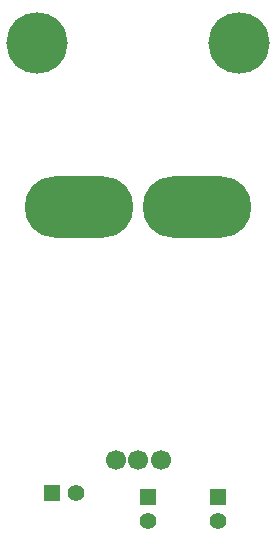
<source format=gbr>
G04 DipTrace 3.2.0.1*
G04 TopMask.gbr*
%MOIN*%
G04 #@! TF.FileFunction,Soldermask,Top*
G04 #@! TF.Part,Single*
%ADD39C,0.204724*%
%ADD41O,0.362205X0.204724*%
%ADD43C,0.066929*%
%ADD51C,0.055118*%
%ADD53R,0.055118X0.055118*%
%FSLAX26Y26*%
G04*
G70*
G90*
G75*
G01*
G04 TopMask*
%LPD*%
D53*
X1313848Y549581D3*
D51*
Y470841D3*
D53*
X762490Y562469D3*
D51*
X841230D3*
D43*
X975012Y674980D3*
X1050209D3*
X1125406D3*
D41*
X1247059Y1517500D3*
X853358D3*
D39*
X713109Y2062686D3*
X1386993Y2062703D3*
D53*
X1082573Y549581D3*
D51*
Y470841D3*
M02*

</source>
